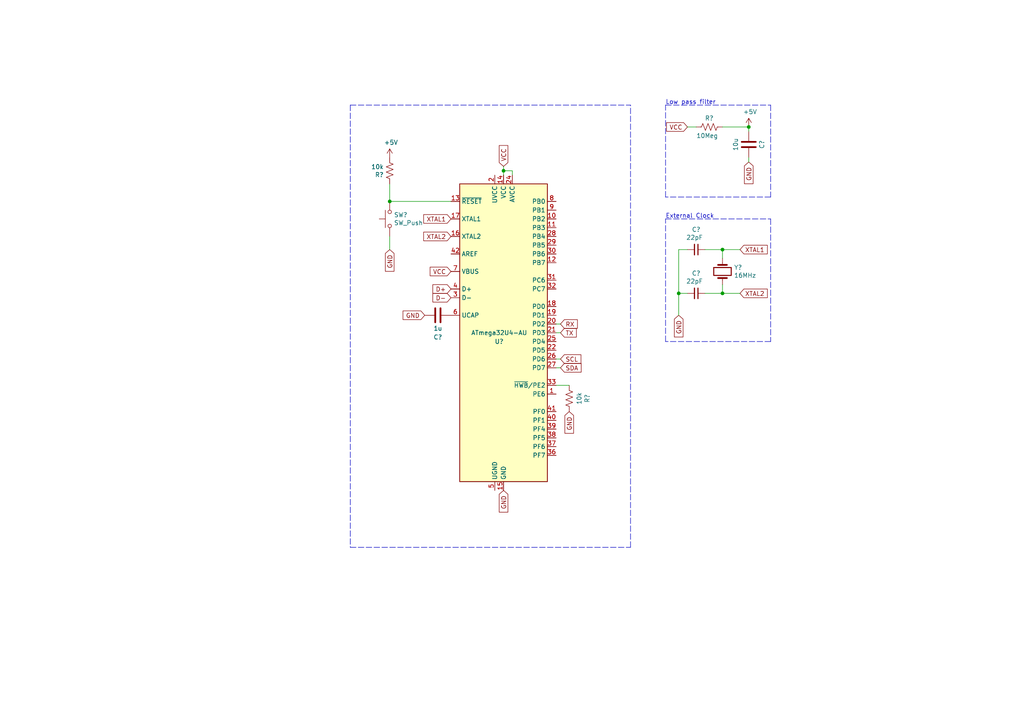
<source format=kicad_sch>
(kicad_sch (version 20210621) (generator eeschema)
  (paper "A4")
  (lib_symbols
    (symbol "Device:C" (pin_numbers hide) (pin_names (offset 0.254))
      (property "Reference" "C" (at 0.635 2.54 0))
      (property "Value" "C" (at 0.635 -2.54 0))
      (symbol "C_0_1"
        (polyline (pts (xy -2.032 -0.762) (xy 2.032 -0.762)) (stroke (width 0.508)))
        (polyline (pts (xy -2.032 0.762) (xy 2.032 0.762)) (stroke (width 0.508)))
      )
      (symbol "C_1_1"
        (pin passive line (at 0 3.81 270) (length 2.794) (name "~") (number "1"))
        (pin passive line (at 0 -3.81 90) (length 2.794) (name "~") (number "2"))
      )
    )
    (symbol "Device:C_Small" (pin_numbers hide) (pin_names (offset 0.254) hide)
      (property "Reference" "C" (at 0.254 1.778 0))
      (property "Value" "C_Small" (at 0.254 -2.032 0))
      (symbol "C_Small_0_1"
        (polyline (pts (xy -1.524 -0.508) (xy 1.524 -0.508)) (stroke (width 0.3302)))
        (polyline (pts (xy -1.524 0.508) (xy 1.524 0.508)) (stroke (width 0.3048)))
      )
      (symbol "C_Small_1_1"
        (pin passive line (at 0 2.54 270) (length 2.032) (name "~") (number "1"))
        (pin passive line (at 0 -2.54 90) (length 2.032) (name "~") (number "2"))
      )
    )
    (symbol "Device:Crystal" (pin_numbers hide) (pin_names (offset 1.016) hide)
      (property "Reference" "Y" (at 0 3.81 0))
      (property "Value" "Crystal" (at 0 -3.81 0))
      (symbol "Crystal_0_1"
        (rectangle (start -1.143 2.54) (end 1.143 -2.54) (stroke (width 0.3048)))
        (polyline (pts (xy -2.54 0) (xy -1.905 0)))
        (polyline (pts (xy -1.905 -1.27) (xy -1.905 1.27)) (stroke (width 0.508)))
        (polyline (pts (xy 1.905 -1.27) (xy 1.905 1.27)) (stroke (width 0.508)))
        (polyline (pts (xy 2.54 0) (xy 1.905 0)))
      )
      (symbol "Crystal_1_1"
        (pin passive line (at -3.81 0 0) (length 1.27) (name "1") (number "1"))
        (pin passive line (at 3.81 0 180) (length 1.27) (name "2") (number "2"))
      )
    )
    (symbol "Device:R_US" (pin_numbers hide) (pin_names (offset 0))
      (property "Reference" "R" (at 2.54 0 90))
      (property "Value" "R_US" (at -2.54 0 90))
      (symbol "R_US_0_1"
        (polyline (pts (xy 0 -2.286) (xy 0 -2.54)))
        (polyline (pts (xy 0 2.286) (xy 0 2.54)))
        (polyline (pts (xy 0 -0.762) (xy 1.016 -1.143) (xy 0 -1.524) (xy -1.016 -1.905) (xy 0 -2.286)))
        (polyline (pts (xy 0 0.762) (xy 1.016 0.381) (xy 0 0) (xy -1.016 -0.381) (xy 0 -0.762)))
        (polyline (pts (xy 0 2.286) (xy 1.016 1.905) (xy 0 1.524) (xy -1.016 1.143) (xy 0 0.762)))
      )
      (symbol "R_US_1_1"
        (pin passive line (at 0 3.81 270) (length 1.27) (name "~") (number "1"))
        (pin passive line (at 0 -3.81 90) (length 1.27) (name "~") (number "2"))
      )
    )
    (symbol "MCU_Microchip_ATmega:ATmega32U4-AU"
      (property "Reference" "U" (at -12.7 44.45 0))
      (property "Value" "ATmega32U4-AU" (at 2.54 -44.45 0))
      (symbol "ATmega32U4-AU_0_1"
        (rectangle (start -12.7 -43.18) (end 12.7 43.18) (stroke (width 0.254)) (fill (type background)))
      )
      (symbol "ATmega32U4-AU_1_1"
        (pin bidirectional line (at 15.24 -17.78 180) (length 2.54) (name "PE6") (number "1"))
        (pin bidirectional line (at 15.24 33.02 180) (length 2.54) (name "PB2") (number "10"))
        (pin bidirectional line (at 15.24 30.48 180) (length 2.54) (name "PB3") (number "11"))
        (pin bidirectional line (at 15.24 20.32 180) (length 2.54) (name "PB7") (number "12"))
        (pin input line (at -15.24 38.1 0) (length 2.54) (name "~{RESET}") (number "13"))
        (pin power_in line (at 0 45.72 270) (length 2.54) (name "VCC") (number "14"))
        (pin power_in line (at 0 -45.72 90) (length 2.54) (name "GND") (number "15"))
        (pin output line (at -15.24 27.94 0) (length 2.54) (name "XTAL2") (number "16"))
        (pin input line (at -15.24 33.02 0) (length 2.54) (name "XTAL1") (number "17"))
        (pin bidirectional line (at 15.24 7.62 180) (length 2.54) (name "PD0") (number "18"))
        (pin bidirectional line (at 15.24 5.08 180) (length 2.54) (name "PD1") (number "19"))
        (pin power_in line (at -2.54 45.72 270) (length 2.54) (name "UVCC") (number "2"))
        (pin bidirectional line (at 15.24 2.54 180) (length 2.54) (name "PD2") (number "20"))
        (pin bidirectional line (at 15.24 0 180) (length 2.54) (name "PD3") (number "21"))
        (pin bidirectional line (at 15.24 -5.08 180) (length 2.54) (name "PD5") (number "22"))
        (pin passive line (at 0 -45.72 90) (length 2.54) hide (name "GND") (number "23"))
        (pin power_in line (at 2.54 45.72 270) (length 2.54) (name "AVCC") (number "24"))
        (pin bidirectional line (at 15.24 -2.54 180) (length 2.54) (name "PD4") (number "25"))
        (pin bidirectional line (at 15.24 -7.62 180) (length 2.54) (name "PD6") (number "26"))
        (pin bidirectional line (at 15.24 -10.16 180) (length 2.54) (name "PD7") (number "27"))
        (pin bidirectional line (at 15.24 27.94 180) (length 2.54) (name "PB4") (number "28"))
        (pin bidirectional line (at 15.24 25.4 180) (length 2.54) (name "PB5") (number "29"))
        (pin bidirectional line (at -15.24 10.16 0) (length 2.54) (name "D-") (number "3"))
        (pin bidirectional line (at 15.24 22.86 180) (length 2.54) (name "PB6") (number "30"))
        (pin bidirectional line (at 15.24 15.24 180) (length 2.54) (name "PC6") (number "31"))
        (pin bidirectional line (at 15.24 12.7 180) (length 2.54) (name "PC7") (number "32"))
        (pin bidirectional line (at 15.24 -15.24 180) (length 2.54) (name "~{HWB}/PE2") (number "33"))
        (pin passive line (at 0 45.72 270) (length 2.54) hide (name "VCC") (number "34"))
        (pin passive line (at 0 -45.72 90) (length 2.54) hide (name "GND") (number "35"))
        (pin bidirectional line (at 15.24 -35.56 180) (length 2.54) (name "PF7") (number "36"))
        (pin bidirectional line (at 15.24 -33.02 180) (length 2.54) (name "PF6") (number "37"))
        (pin bidirectional line (at 15.24 -30.48 180) (length 2.54) (name "PF5") (number "38"))
        (pin bidirectional line (at 15.24 -27.94 180) (length 2.54) (name "PF4") (number "39"))
        (pin bidirectional line (at -15.24 12.7 0) (length 2.54) (name "D+") (number "4"))
        (pin bidirectional line (at 15.24 -25.4 180) (length 2.54) (name "PF1") (number "40"))
        (pin bidirectional line (at 15.24 -22.86 180) (length 2.54) (name "PF0") (number "41"))
        (pin passive line (at -15.24 22.86 0) (length 2.54) (name "AREF") (number "42"))
        (pin passive line (at 0 -45.72 90) (length 2.54) hide (name "GND") (number "43"))
        (pin passive line (at 2.54 45.72 270) (length 2.54) hide (name "AVCC") (number "44"))
        (pin passive line (at -2.54 -45.72 90) (length 2.54) (name "UGND") (number "5"))
        (pin passive line (at -15.24 5.08 0) (length 2.54) (name "UCAP") (number "6"))
        (pin input line (at -15.24 17.78 0) (length 2.54) (name "VBUS") (number "7"))
        (pin bidirectional line (at 15.24 38.1 180) (length 2.54) (name "PB0") (number "8"))
        (pin bidirectional line (at 15.24 35.56 180) (length 2.54) (name "PB1") (number "9"))
      )
    )
    (symbol "Switch:SW_Push" (pin_numbers hide) (pin_names (offset 1.016) hide)
      (property "Reference" "SW" (at 1.27 2.54 0))
      (property "Value" "SW_Push" (at 0 -1.524 0))
      (symbol "SW_Push_0_1"
        (circle (center -2.032 0) (radius 0.508))
        (circle (center 2.032 0) (radius 0.508))
        (polyline (pts (xy 0 1.27) (xy 0 3.048)))
        (polyline (pts (xy 2.54 1.27) (xy -2.54 1.27)))
        (pin passive line (at -5.08 0 0) (length 2.54) (name "1") (number "1"))
        (pin passive line (at 5.08 0 180) (length 2.54) (name "2") (number "2"))
      )
    )
    (symbol "power:+5V" (power) (pin_names (offset 0))
      (property "Value" "+5V" (at 0 3.556 0))
      (symbol "+5V_0_1"
        (polyline (pts (xy -0.762 1.27) (xy 0 2.54)))
        (polyline (pts (xy 0 0) (xy 0 2.54)))
        (polyline (pts (xy 0 2.54) (xy 0.762 1.27)))
      )
      (symbol "+5V_1_1"
        (pin power_in line (at 0 0 90) (length 0) hide (name "+5V") (number "1"))
      )
    )
  )
  (junction (at 113.03 58.42))
  (junction (at 146.05 49.53))
  (junction (at 196.85 85.09))
  (junction (at 209.55 72.39))
  (junction (at 209.55 85.09))
  (junction (at 217.17 36.83))
  (wire (pts (xy 113.03 53.34) (xy 113.03 58.42)))
  (wire (pts (xy 113.03 68.58) (xy 113.03 72.39)))
  (wire (pts (xy 130.81 58.42) (xy 113.03 58.42)))
  (wire (pts (xy 146.05 48.26) (xy 146.05 49.53)))
  (wire (pts (xy 146.05 49.53) (xy 146.05 50.8)))
  (wire (pts (xy 148.59 49.53) (xy 146.05 49.53)))
  (wire (pts (xy 148.59 50.8) (xy 148.59 49.53)))
  (wire (pts (xy 161.29 93.98) (xy 162.56 93.98)))
  (wire (pts (xy 161.29 96.52) (xy 162.56 96.52)))
  (wire (pts (xy 161.29 104.14) (xy 162.56 104.14)))
  (wire (pts (xy 161.29 106.68) (xy 162.56 106.68)))
  (wire (pts (xy 161.29 111.76) (xy 165.1 111.76)))
  (wire (pts (xy 196.85 72.39) (xy 196.85 85.09)))
  (wire (pts (xy 196.85 85.09) (xy 196.85 91.44)))
  (wire (pts (xy 196.85 85.09) (xy 199.39 85.09)))
  (wire (pts (xy 199.39 36.83) (xy 201.93 36.83)))
  (wire (pts (xy 199.39 72.39) (xy 196.85 72.39)))
  (wire (pts (xy 204.47 72.39) (xy 209.55 72.39)))
  (wire (pts (xy 209.55 36.83) (xy 217.17 36.83)))
  (wire (pts (xy 209.55 72.39) (xy 214.63 72.39)))
  (wire (pts (xy 209.55 74.93) (xy 209.55 72.39)))
  (wire (pts (xy 209.55 82.55) (xy 209.55 85.09)))
  (wire (pts (xy 209.55 85.09) (xy 204.47 85.09)))
  (wire (pts (xy 209.55 85.09) (xy 214.63 85.09)))
  (wire (pts (xy 217.17 38.1) (xy 217.17 36.83)))
  (wire (pts (xy 217.17 45.72) (xy 217.17 46.99)))
  (polyline (pts (xy 101.6 30.48) (xy 101.6 158.75)))
  (polyline (pts (xy 101.6 30.48) (xy 182.88 30.48)))
  (polyline (pts (xy 101.6 158.75) (xy 182.88 158.75)))
  (polyline (pts (xy 182.88 158.75) (xy 182.88 30.48)))
  (polyline (pts (xy 193.04 30.48) (xy 223.52 30.48)))
  (polyline (pts (xy 193.04 57.15) (xy 193.04 30.48)))
  (polyline (pts (xy 193.04 63.5) (xy 223.52 63.5)))
  (polyline (pts (xy 193.04 99.06) (xy 193.04 63.5)))
  (polyline (pts (xy 223.52 30.48) (xy 223.52 57.15)))
  (polyline (pts (xy 223.52 57.15) (xy 193.04 57.15)))
  (polyline (pts (xy 223.52 63.5) (xy 223.52 99.06)))
  (polyline (pts (xy 223.52 99.06) (xy 193.04 99.06)))
  (text "Low pass filter\n" (at 193.04 30.48 0) (effects (font (size 1.27 1.27)) (justify left bottom)))
  (text "External Clock" (at 193.04 63.5 0) (effects (font (size 1.27 1.27)) (justify left bottom)))
  (global_label "GND" (shape input) (at 113.03 72.39 270) (property "Intersheet References" "${INTERSHEET_REFS}" (effects hide)))
  (global_label "GND" (shape input) (at 123.19 91.44 180) (property "Intersheet References" "${INTERSHEET_REFS}" (effects hide)))
  (global_label "XTAL1" (shape input) (at 130.81 63.5 180) (property "Intersheet References" "${INTERSHEET_REFS}" (effects hide)))
  (global_label "XTAL2" (shape input) (at 130.81 68.58 180) (property "Intersheet References" "${INTERSHEET_REFS}" (effects hide)))
  (global_label "VCC" (shape input) (at 130.81 78.74 180) (property "Intersheet References" "${INTERSHEET_REFS}" (effects hide)))
  (global_label "D+" (shape input) (at 130.81 83.82 180) (property "Intersheet References" "${INTERSHEET_REFS}" (effects hide)))
  (global_label "D-" (shape input) (at 130.81 86.36 180) (property "Intersheet References" "${INTERSHEET_REFS}" (effects hide)))
  (global_label "VCC" (shape input) (at 146.05 48.26 90) (property "Intersheet References" "${INTERSHEET_REFS}" (effects hide)))
  (global_label "GND" (shape input) (at 146.05 142.24 270) (property "Intersheet References" "${INTERSHEET_REFS}" (effects hide)))
  (global_label "RX" (shape input) (at 162.56 93.98 0) (property "Intersheet References" "${INTERSHEET_REFS}" (effects hide)))
  (global_label "TX" (shape input) (at 162.56 96.52 0) (property "Intersheet References" "${INTERSHEET_REFS}" (effects hide)))
  (global_label "SCL" (shape input) (at 162.56 104.14 0) (property "Intersheet References" "${INTERSHEET_REFS}" (effects hide)))
  (global_label "SDA" (shape input) (at 162.56 106.68 0) (property "Intersheet References" "${INTERSHEET_REFS}" (effects hide)))
  (global_label "GND" (shape input) (at 165.1 119.38 270) (property "Intersheet References" "${INTERSHEET_REFS}" (effects hide)))
  (global_label "GND" (shape input) (at 196.85 91.44 270) (property "Intersheet References" "${INTERSHEET_REFS}" (effects hide)))
  (global_label "VCC" (shape input) (at 199.39 36.83 180) (property "Intersheet References" "${INTERSHEET_REFS}" (effects hide)))
  (global_label "XTAL1" (shape input) (at 214.63 72.39 0) (property "Intersheet References" "${INTERSHEET_REFS}" (effects hide)))
  (global_label "XTAL2" (shape input) (at 214.63 85.09 0) (property "Intersheet References" "${INTERSHEET_REFS}" (effects hide)))
  (global_label "GND" (shape input) (at 217.17 46.99 270) (property "Intersheet References" "${INTERSHEET_REFS}" (effects hide)))
  (symbol (lib_id "power:+5V") (at 113.03 45.72 0) (unit 1)
    (property "Reference" "#PWR?" (effects hide))
    (property "Value" "+5V" (at 113.411 41.3258 0))
  )
  (symbol (lib_id "power:+5V") (at 217.17 36.83 0) (unit 1)
    (property "Reference" "#PWR?" (effects hide))
    (property "Value" "+5V" (at 217.551 32.4358 0))
  )
  (symbol (lib_id "Device:R_US") (at 113.03 49.53 180) (unit 1)
    (property "Reference" "R?" (at 111.3028 50.6984 0) (effects (justify left)))
    (property "Value" "10k" (at 111.3028 48.387 0) (effects (justify left)))
    (property "Footprint" "Resistor_SMD:R_0805_2012Metric_Pad1.20x1.40mm_HandSolder" (effects hide))
  )
  (symbol (lib_id "Device:R_US") (at 165.1 115.57 180) (unit 1)
    (property "Reference" "R?" (at 170.307 115.57 90))
    (property "Value" "10k" (at 167.9956 115.57 90))
    (property "Footprint" "Resistor_SMD:R_0805_2012Metric_Pad1.20x1.40mm_HandSolder" (effects hide))
  )
  (symbol (lib_id "Device:R_US") (at 205.74 36.83 90) (unit 1)
    (property "Reference" "R?" (at 207.01 34.29 90) (effects (justify left)))
    (property "Value" "10Meg" (at 208.28 39.37 90) (effects (justify left)))
    (property "Footprint" "Resistor_SMD:R_0805_2012Metric_Pad1.20x1.40mm_HandSolder" (effects hide))
  )
  (symbol (lib_id "Device:C_Small") (at 201.93 72.39 270) (unit 1)
    (property "Reference" "C?" (at 201.93 66.5734 90))
    (property "Value" "22pF " (at 201.93 68.8848 90))
    (property "Footprint" "Capacitor_SMD:C_0603_1608Metric_Pad1.08x0.95mm_HandSolder" (effects hide))
  )
  (symbol (lib_id "Device:C_Small") (at 201.93 85.09 270) (unit 1)
    (property "Reference" "C?" (at 201.93 79.2734 90))
    (property "Value" "22pF " (at 201.93 81.5848 90))
    (property "Footprint" "Capacitor_SMD:C_0603_1608Metric_Pad1.08x0.95mm_HandSolder" (effects hide))
  )
  (symbol (lib_id "Device:C") (at 127 91.44 270) (unit 1)
    (property "Reference" "C?" (at 127 97.79 90))
    (property "Value" "1u" (at 127 95.25 90))
    (property "Footprint" "Capacitor_SMD:C_0603_1608Metric_Pad1.08x0.95mm_HandSolder" (effects hide))
  )
  (symbol (lib_id "Device:C") (at 217.17 41.91 180) (unit 1)
    (property "Reference" "C?" (at 220.98 41.91 90))
    (property "Value" "10u" (at 213.36 41.91 90))
    (property "Footprint" "Capacitor_SMD:C_0603_1608Metric_Pad1.08x0.95mm_HandSolder" (effects hide))
  )
  (symbol (lib_id "Switch:SW_Push") (at 113.03 63.5 90) (unit 1)
    (property "Reference" "SW?" (at 114.2492 62.3316 90) (effects (justify right)))
    (property "Value" "SW_Push" (at 114.2492 64.643 90) (effects (justify right)))
  )
  (symbol (lib_id "Device:Crystal") (at 209.55 78.74 270) (unit 1)
    (property "Reference" "Y?" (at 212.8774 77.5716 90) (effects (justify left)))
    (property "Value" "16MHz" (at 212.8774 79.883 90) (effects (justify left)))
  )
  (symbol (lib_id "MCU_Microchip_ATmega:ATmega32U4-AU") (at 146.05 96.52 0) (unit 1)
    (property "Reference" "U?" (at 144.78 99.06 0))
    (property "Value" "ATmega32U4-AU" (at 144.78 96.52 0))
    (property "Footprint" "Package_QFP:TQFP-44_10x10mm_P0.8mm" (effects hide))
    (property "Datasheet" "http://ww1.microchip.com/downloads/en/DeviceDoc/Atmel-7766-8-bit-AVR-ATmega16U4-32U4_Datasheet.pdf" (effects hide))
  )
)
</source>
